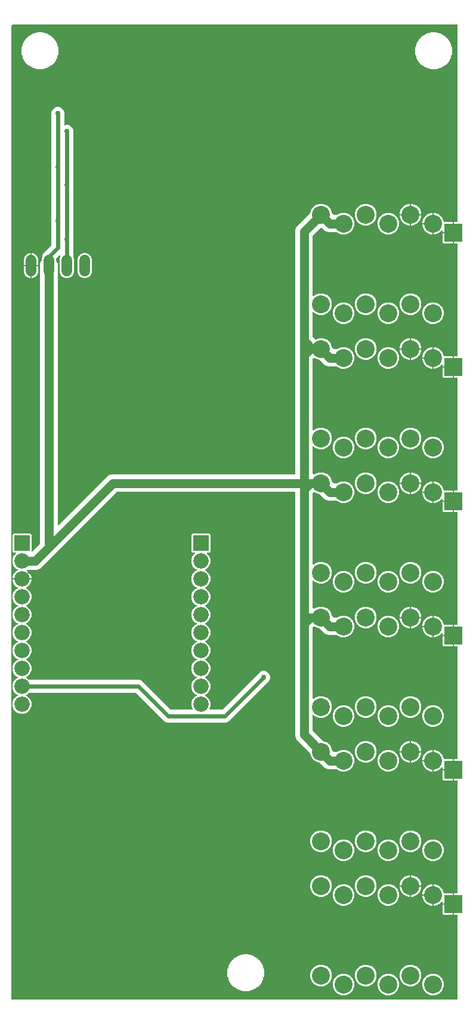
<source format=gbr>
G04 EAGLE Gerber RS-274X export*
G75*
%MOMM*%
%FSLAX34Y34*%
%LPD*%
%INBottom Copper*%
%IPPOS*%
%AMOC8*
5,1,8,0,0,1.08239X$1,22.5*%
G01*
G04 Define Apertures*
%ADD10C,1.524000*%
%ADD11R,2.540000X2.540000*%
%ADD12C,2.540000*%
%ADD13R,2.184400X2.184400*%
%ADD14C,2.184400*%
%ADD15C,0.609600*%
%ADD16C,0.756400*%
%ADD17C,1.270000*%
G36*
X643479Y12760D02*
X643729Y12932D01*
X643893Y13187D01*
X643944Y13462D01*
X643944Y132588D01*
X643884Y132885D01*
X643712Y133135D01*
X643457Y133299D01*
X643182Y133350D01*
X638102Y133350D01*
X638102Y163830D01*
X643182Y163830D01*
X643479Y163890D01*
X643729Y164062D01*
X643893Y164317D01*
X643944Y164592D01*
X643944Y323088D01*
X643884Y323385D01*
X643712Y323635D01*
X643457Y323799D01*
X643182Y323850D01*
X638102Y323850D01*
X638102Y354330D01*
X643182Y354330D01*
X643479Y354390D01*
X643729Y354562D01*
X643893Y354817D01*
X643944Y355092D01*
X643944Y513588D01*
X643884Y513885D01*
X643712Y514135D01*
X643457Y514299D01*
X643182Y514350D01*
X638102Y514350D01*
X638102Y544830D01*
X643182Y544830D01*
X643479Y544890D01*
X643729Y545062D01*
X643893Y545317D01*
X643944Y545592D01*
X643944Y704088D01*
X643884Y704385D01*
X643712Y704635D01*
X643457Y704799D01*
X643182Y704850D01*
X638102Y704850D01*
X638102Y735330D01*
X643182Y735330D01*
X643479Y735390D01*
X643729Y735562D01*
X643893Y735817D01*
X643944Y736092D01*
X643944Y894588D01*
X643884Y894885D01*
X643712Y895135D01*
X643457Y895299D01*
X643182Y895350D01*
X638102Y895350D01*
X638102Y925830D01*
X643182Y925830D01*
X643479Y925890D01*
X643729Y926062D01*
X643893Y926317D01*
X643944Y926592D01*
X643944Y1085088D01*
X643884Y1085385D01*
X643712Y1085635D01*
X643457Y1085799D01*
X643182Y1085850D01*
X638102Y1085850D01*
X638102Y1116330D01*
X643182Y1116330D01*
X643479Y1116390D01*
X643729Y1116562D01*
X643893Y1116817D01*
X643944Y1117092D01*
X643944Y1395478D01*
X643884Y1395775D01*
X643712Y1396025D01*
X643457Y1396189D01*
X643182Y1396240D01*
X12256Y1396240D01*
X11958Y1396180D01*
X11717Y1396017D01*
X10383Y1394683D01*
X10216Y1394430D01*
X10160Y1394144D01*
X10160Y13462D01*
X10220Y13165D01*
X10392Y12915D01*
X10647Y12751D01*
X10922Y12700D01*
X643182Y12700D01*
X643479Y12760D01*
G37*
%LPC*%
G36*
X48588Y1332853D02*
X48456Y1332865D01*
X47372Y1332865D01*
X45192Y1333449D01*
X45127Y1333464D01*
X41758Y1334058D01*
X33807Y1338648D01*
X31608Y1341269D01*
X31563Y1341318D01*
X29967Y1342914D01*
X29425Y1343852D01*
X29349Y1343961D01*
X27905Y1345682D01*
X27137Y1347792D01*
X27081Y1347913D01*
X26539Y1348851D01*
X25955Y1351032D01*
X25935Y1351095D01*
X24765Y1354309D01*
X24765Y1363491D01*
X25935Y1366705D01*
X25955Y1366768D01*
X26539Y1368949D01*
X27081Y1369887D01*
X27137Y1370008D01*
X27905Y1372118D01*
X29349Y1373839D01*
X29425Y1373948D01*
X29967Y1374886D01*
X31563Y1376482D01*
X31608Y1376531D01*
X33807Y1379152D01*
X41758Y1383742D01*
X45127Y1384336D01*
X45192Y1384351D01*
X47372Y1384935D01*
X48456Y1384935D01*
X48588Y1384947D01*
X50800Y1385337D01*
X53012Y1384947D01*
X53144Y1384935D01*
X54228Y1384935D01*
X56408Y1384351D01*
X56473Y1384336D01*
X59842Y1383742D01*
X67793Y1379152D01*
X69992Y1376531D01*
X70037Y1376482D01*
X71633Y1374886D01*
X72175Y1373948D01*
X72251Y1373839D01*
X73695Y1372118D01*
X74463Y1370008D01*
X74519Y1369887D01*
X75061Y1368949D01*
X75645Y1366768D01*
X75665Y1366705D01*
X76835Y1363491D01*
X76835Y1354309D01*
X75665Y1351095D01*
X75645Y1351032D01*
X75061Y1348851D01*
X74519Y1347913D01*
X74463Y1347792D01*
X73695Y1345682D01*
X72251Y1343961D01*
X72175Y1343852D01*
X71633Y1342914D01*
X70037Y1341318D01*
X69992Y1341269D01*
X67793Y1338648D01*
X59842Y1334058D01*
X56473Y1333464D01*
X56408Y1333449D01*
X54228Y1332865D01*
X53144Y1332865D01*
X53012Y1332853D01*
X50800Y1332463D01*
X48588Y1332853D01*
G37*
G36*
X607388Y1332853D02*
X607256Y1332865D01*
X606172Y1332865D01*
X603992Y1333449D01*
X603927Y1333464D01*
X600558Y1334058D01*
X592607Y1338648D01*
X590408Y1341269D01*
X590363Y1341318D01*
X588767Y1342914D01*
X588225Y1343852D01*
X588149Y1343961D01*
X586705Y1345682D01*
X585937Y1347792D01*
X585881Y1347913D01*
X585339Y1348851D01*
X584755Y1351032D01*
X584735Y1351095D01*
X583565Y1354309D01*
X583565Y1363491D01*
X584735Y1366705D01*
X584755Y1366768D01*
X585339Y1368949D01*
X585881Y1369887D01*
X585937Y1370008D01*
X586705Y1372118D01*
X588149Y1373839D01*
X588225Y1373948D01*
X588767Y1374886D01*
X590363Y1376482D01*
X590408Y1376531D01*
X592607Y1379152D01*
X600558Y1383742D01*
X603927Y1384336D01*
X603992Y1384351D01*
X606172Y1384935D01*
X607256Y1384935D01*
X607388Y1384947D01*
X609600Y1385337D01*
X611812Y1384947D01*
X611944Y1384935D01*
X613028Y1384935D01*
X615208Y1384351D01*
X615273Y1384336D01*
X618642Y1383742D01*
X626593Y1379152D01*
X628792Y1376531D01*
X628837Y1376482D01*
X630433Y1374886D01*
X630975Y1373948D01*
X631051Y1373839D01*
X632495Y1372118D01*
X633263Y1370008D01*
X633319Y1369887D01*
X633861Y1368949D01*
X634445Y1366768D01*
X634465Y1366705D01*
X635635Y1363491D01*
X635635Y1354309D01*
X634465Y1351095D01*
X634445Y1351032D01*
X633861Y1348851D01*
X633319Y1347913D01*
X633263Y1347792D01*
X632495Y1345682D01*
X631051Y1343961D01*
X630975Y1343852D01*
X630433Y1342914D01*
X628837Y1341318D01*
X628792Y1341269D01*
X626593Y1338648D01*
X618642Y1334058D01*
X615273Y1333464D01*
X615208Y1333449D01*
X613028Y1332865D01*
X611944Y1332865D01*
X611812Y1332853D01*
X609600Y1332463D01*
X607388Y1332853D01*
G37*
G36*
X478607Y336550D02*
X473005Y338870D01*
X472755Y339121D01*
X472502Y339288D01*
X472216Y339344D01*
X460112Y339344D01*
X455538Y341239D01*
X447750Y349027D01*
X447497Y349194D01*
X447211Y349250D01*
X446857Y349250D01*
X441255Y351570D01*
X436968Y355857D01*
X434648Y361459D01*
X434648Y361813D01*
X434588Y362110D01*
X434425Y362352D01*
X415207Y381570D01*
X413312Y386144D01*
X413312Y732282D01*
X413252Y732579D01*
X413080Y732829D01*
X412825Y732993D01*
X412550Y733044D01*
X159862Y733044D01*
X159565Y732984D01*
X159324Y732821D01*
X50952Y624449D01*
X46377Y622554D01*
X33135Y622554D01*
X32838Y622494D01*
X32588Y622322D01*
X32424Y622067D01*
X32373Y621768D01*
X32443Y621473D01*
X32623Y621228D01*
X32843Y621088D01*
X33026Y621013D01*
X36813Y617226D01*
X38862Y612278D01*
X38862Y610362D01*
X11938Y610362D01*
X11938Y612278D01*
X13987Y617226D01*
X17774Y621013D01*
X19183Y621596D01*
X19435Y621766D01*
X19600Y622020D01*
X19653Y622318D01*
X19586Y622614D01*
X19408Y622860D01*
X19183Y623004D01*
X17774Y623587D01*
X13987Y627374D01*
X11938Y632322D01*
X11938Y637678D01*
X13987Y642626D01*
X16999Y645637D01*
X17167Y645890D01*
X17222Y646188D01*
X17157Y646484D01*
X16982Y646732D01*
X16724Y646891D01*
X16460Y646938D01*
X13426Y646938D01*
X11938Y648426D01*
X11938Y672374D01*
X13426Y673862D01*
X37374Y673862D01*
X38862Y672374D01*
X38862Y649401D01*
X38922Y649104D01*
X39094Y648854D01*
X39349Y648691D01*
X39648Y648640D01*
X39943Y648710D01*
X40163Y648863D01*
X50831Y659531D01*
X50998Y659783D01*
X51054Y660069D01*
X51054Y1056576D01*
X52949Y1061150D01*
X53117Y1061318D01*
X53284Y1061571D01*
X53340Y1061857D01*
X53340Y1063741D01*
X54298Y1066054D01*
X54356Y1066345D01*
X54356Y1068619D01*
X55748Y1071980D01*
X66833Y1083064D01*
X67000Y1083317D01*
X67056Y1083603D01*
X67056Y1271819D01*
X68448Y1275180D01*
X71020Y1277752D01*
X74381Y1279144D01*
X78019Y1279144D01*
X81380Y1277752D01*
X83952Y1275180D01*
X85344Y1271819D01*
X85344Y1254165D01*
X85404Y1253868D01*
X85576Y1253618D01*
X85831Y1253454D01*
X86130Y1253403D01*
X86398Y1253461D01*
X87081Y1253744D01*
X90719Y1253744D01*
X94080Y1252352D01*
X96652Y1249780D01*
X98044Y1246419D01*
X98044Y1066345D01*
X98102Y1066054D01*
X99060Y1063741D01*
X99060Y1044459D01*
X97513Y1040725D01*
X94655Y1037867D01*
X90921Y1036320D01*
X86879Y1036320D01*
X83145Y1037867D01*
X80287Y1040725D01*
X78740Y1044459D01*
X78740Y1063741D01*
X79698Y1066054D01*
X79756Y1066345D01*
X79756Y1068285D01*
X79696Y1068582D01*
X79524Y1068832D01*
X79269Y1068996D01*
X78970Y1069046D01*
X78675Y1068977D01*
X78455Y1068824D01*
X73883Y1064252D01*
X73716Y1063999D01*
X73660Y1063713D01*
X73660Y1061857D01*
X73720Y1061560D01*
X73883Y1061318D01*
X74051Y1061150D01*
X75946Y1056576D01*
X75946Y686485D01*
X76006Y686188D01*
X76178Y685938D01*
X76433Y685775D01*
X76732Y685724D01*
X77027Y685794D01*
X77247Y685947D01*
X147341Y756041D01*
X151916Y757936D01*
X412550Y757936D01*
X412847Y757996D01*
X413097Y758168D01*
X413261Y758423D01*
X413312Y758698D01*
X413312Y1104836D01*
X415207Y1109410D01*
X434425Y1128628D01*
X434592Y1128881D01*
X434648Y1129167D01*
X434648Y1129521D01*
X436968Y1135123D01*
X441255Y1139410D01*
X446857Y1141730D01*
X452919Y1141730D01*
X458521Y1139410D01*
X462808Y1135123D01*
X465128Y1129521D01*
X465128Y1129167D01*
X465188Y1128870D01*
X465351Y1128628D01*
X467520Y1126459D01*
X467773Y1126292D01*
X468059Y1126236D01*
X472216Y1126236D01*
X472513Y1126296D01*
X472755Y1126459D01*
X473005Y1126710D01*
X478607Y1129030D01*
X484669Y1129030D01*
X490271Y1126710D01*
X494558Y1122423D01*
X496878Y1116821D01*
X496878Y1110759D01*
X494558Y1105157D01*
X490271Y1100870D01*
X484669Y1098550D01*
X478607Y1098550D01*
X473005Y1100870D01*
X472755Y1101121D01*
X472502Y1101288D01*
X472216Y1101344D01*
X460112Y1101344D01*
X455538Y1103239D01*
X450427Y1108350D01*
X450174Y1108517D01*
X449876Y1108573D01*
X449580Y1108508D01*
X449349Y1108350D01*
X438427Y1097428D01*
X438260Y1097175D01*
X438204Y1096889D01*
X438204Y1011198D01*
X438264Y1010901D01*
X438436Y1010651D01*
X438691Y1010487D01*
X438990Y1010437D01*
X439285Y1010506D01*
X439505Y1010659D01*
X441255Y1012410D01*
X446857Y1014730D01*
X452919Y1014730D01*
X458521Y1012410D01*
X462808Y1008123D01*
X465128Y1002521D01*
X465128Y996459D01*
X462808Y990857D01*
X458521Y986570D01*
X452919Y984250D01*
X446857Y984250D01*
X441255Y986570D01*
X439505Y988321D01*
X439252Y988488D01*
X438954Y988544D01*
X438658Y988479D01*
X438410Y988303D01*
X438251Y988045D01*
X438204Y987782D01*
X438204Y952891D01*
X438264Y952594D01*
X438427Y952352D01*
X441330Y949450D01*
X441582Y949282D01*
X441880Y949227D01*
X442160Y949285D01*
X446857Y951230D01*
X452919Y951230D01*
X458521Y948910D01*
X462808Y944623D01*
X465128Y939021D01*
X465128Y938667D01*
X465188Y938370D01*
X465351Y938128D01*
X467520Y935959D01*
X467773Y935792D01*
X468059Y935736D01*
X472216Y935736D01*
X472513Y935796D01*
X472755Y935959D01*
X473005Y936210D01*
X478607Y938530D01*
X484669Y938530D01*
X490271Y936210D01*
X494558Y931923D01*
X496878Y926321D01*
X496878Y920259D01*
X494558Y914657D01*
X490271Y910370D01*
X484669Y908050D01*
X478607Y908050D01*
X473005Y910370D01*
X472755Y910621D01*
X472502Y910788D01*
X472216Y910844D01*
X460112Y910844D01*
X455538Y912739D01*
X447750Y920527D01*
X447497Y920694D01*
X447211Y920750D01*
X446857Y920750D01*
X441255Y923070D01*
X441005Y923321D01*
X440752Y923488D01*
X440466Y923544D01*
X439611Y923544D01*
X439314Y923484D01*
X439072Y923321D01*
X438427Y922676D01*
X438260Y922423D01*
X438204Y922137D01*
X438204Y820698D01*
X438264Y820401D01*
X438436Y820151D01*
X438691Y819987D01*
X438990Y819937D01*
X439285Y820006D01*
X439505Y820159D01*
X441255Y821910D01*
X446857Y824230D01*
X452919Y824230D01*
X458521Y821910D01*
X462808Y817623D01*
X465128Y812021D01*
X465128Y805959D01*
X462808Y800357D01*
X458521Y796070D01*
X452919Y793750D01*
X446857Y793750D01*
X441255Y796070D01*
X439505Y797821D01*
X439252Y797988D01*
X438954Y798044D01*
X438658Y797979D01*
X438410Y797803D01*
X438251Y797545D01*
X438204Y797282D01*
X438204Y758698D01*
X438264Y758401D01*
X438436Y758151D01*
X438691Y757987D01*
X438966Y757936D01*
X440466Y757936D01*
X440763Y757996D01*
X441005Y758159D01*
X441255Y758410D01*
X446857Y760730D01*
X452919Y760730D01*
X458521Y758410D01*
X462808Y754123D01*
X465128Y748521D01*
X465128Y748167D01*
X465188Y747870D01*
X465351Y747628D01*
X467520Y745459D01*
X467773Y745292D01*
X468059Y745236D01*
X472216Y745236D01*
X472513Y745296D01*
X472755Y745459D01*
X473005Y745710D01*
X478607Y748030D01*
X484669Y748030D01*
X490271Y745710D01*
X494558Y741423D01*
X496878Y735821D01*
X496878Y729759D01*
X494558Y724157D01*
X490271Y719870D01*
X484669Y717550D01*
X478607Y717550D01*
X473005Y719870D01*
X472755Y720121D01*
X472502Y720288D01*
X472216Y720344D01*
X460112Y720344D01*
X455538Y722239D01*
X447750Y730027D01*
X447497Y730194D01*
X447211Y730250D01*
X446857Y730250D01*
X441255Y732570D01*
X441005Y732821D01*
X440752Y732988D01*
X440466Y733044D01*
X439611Y733044D01*
X439314Y732984D01*
X439072Y732821D01*
X438427Y732176D01*
X438260Y731923D01*
X438204Y731637D01*
X438204Y630198D01*
X438264Y629901D01*
X438436Y629651D01*
X438691Y629487D01*
X438990Y629437D01*
X439285Y629506D01*
X439505Y629659D01*
X441255Y631410D01*
X446857Y633730D01*
X452919Y633730D01*
X458521Y631410D01*
X462808Y627123D01*
X465128Y621521D01*
X465128Y615459D01*
X462808Y609857D01*
X458521Y605570D01*
X452919Y603250D01*
X446857Y603250D01*
X441255Y605570D01*
X439505Y607321D01*
X439252Y607488D01*
X438954Y607544D01*
X438658Y607479D01*
X438410Y607303D01*
X438251Y607045D01*
X438204Y606782D01*
X438204Y568198D01*
X438264Y567901D01*
X438436Y567651D01*
X438691Y567487D01*
X438966Y567436D01*
X440466Y567436D01*
X440763Y567496D01*
X441005Y567659D01*
X441255Y567910D01*
X446857Y570230D01*
X452919Y570230D01*
X458521Y567910D01*
X462808Y563623D01*
X465128Y558021D01*
X465128Y557667D01*
X465188Y557370D01*
X465351Y557128D01*
X467520Y554959D01*
X467773Y554792D01*
X468059Y554736D01*
X472216Y554736D01*
X472513Y554796D01*
X472755Y554959D01*
X473005Y555210D01*
X478607Y557530D01*
X484669Y557530D01*
X490271Y555210D01*
X494558Y550923D01*
X496878Y545321D01*
X496878Y539259D01*
X494558Y533657D01*
X490271Y529370D01*
X484669Y527050D01*
X478607Y527050D01*
X473005Y529370D01*
X472755Y529621D01*
X472502Y529788D01*
X472216Y529844D01*
X460112Y529844D01*
X455538Y531739D01*
X447750Y539527D01*
X447497Y539694D01*
X447211Y539750D01*
X446857Y539750D01*
X441255Y542070D01*
X441005Y542321D01*
X440752Y542488D01*
X440466Y542544D01*
X439611Y542544D01*
X439314Y542484D01*
X439072Y542321D01*
X438427Y541676D01*
X438260Y541423D01*
X438204Y541137D01*
X438204Y439698D01*
X438264Y439401D01*
X438436Y439151D01*
X438691Y438987D01*
X438990Y438937D01*
X439285Y439006D01*
X439505Y439159D01*
X441255Y440910D01*
X446857Y443230D01*
X452919Y443230D01*
X458521Y440910D01*
X462808Y436623D01*
X465128Y431021D01*
X465128Y424959D01*
X462808Y419357D01*
X458521Y415070D01*
X452919Y412750D01*
X446857Y412750D01*
X441255Y415070D01*
X439505Y416821D01*
X439252Y416988D01*
X438954Y417044D01*
X438658Y416979D01*
X438410Y416803D01*
X438251Y416545D01*
X438204Y416282D01*
X438204Y394091D01*
X438264Y393794D01*
X438427Y393552D01*
X452026Y379953D01*
X452279Y379786D01*
X452565Y379730D01*
X452919Y379730D01*
X458521Y377410D01*
X462808Y373123D01*
X465128Y367521D01*
X465128Y367167D01*
X465188Y366870D01*
X465351Y366628D01*
X467520Y364459D01*
X467773Y364292D01*
X468059Y364236D01*
X472216Y364236D01*
X472513Y364296D01*
X472755Y364459D01*
X473005Y364710D01*
X478607Y367030D01*
X484669Y367030D01*
X490271Y364710D01*
X494558Y360423D01*
X496878Y354821D01*
X496878Y348759D01*
X494558Y343157D01*
X490271Y338870D01*
X484669Y336550D01*
X478607Y336550D01*
G37*
G36*
X577650Y1127252D02*
X577650Y1141730D01*
X579919Y1141730D01*
X585521Y1139410D01*
X589808Y1135123D01*
X592128Y1129521D01*
X592128Y1127252D01*
X577650Y1127252D01*
G37*
G36*
X510357Y1111250D02*
X504755Y1113570D01*
X500468Y1117857D01*
X498148Y1123459D01*
X498148Y1129521D01*
X500468Y1135123D01*
X504755Y1139410D01*
X510357Y1141730D01*
X516419Y1141730D01*
X522021Y1139410D01*
X526308Y1135123D01*
X528628Y1129521D01*
X528628Y1123459D01*
X526308Y1117857D01*
X522021Y1113570D01*
X516419Y1111250D01*
X510357Y1111250D01*
G37*
G36*
X561648Y1127252D02*
X561648Y1129521D01*
X563968Y1135123D01*
X568255Y1139410D01*
X573857Y1141730D01*
X576126Y1141730D01*
X576126Y1127252D01*
X561648Y1127252D01*
G37*
G36*
X609400Y1098550D02*
X609400Y1129030D01*
X611669Y1129030D01*
X617271Y1126710D01*
X621558Y1122423D01*
X623887Y1116800D01*
X624056Y1116549D01*
X624310Y1116383D01*
X624591Y1116330D01*
X636578Y1116330D01*
X636578Y1101852D01*
X622100Y1101852D01*
X622100Y1103860D01*
X622040Y1104157D01*
X621868Y1104407D01*
X621613Y1104571D01*
X621314Y1104621D01*
X621019Y1104552D01*
X620799Y1104399D01*
X617271Y1100870D01*
X611669Y1098550D01*
X609400Y1098550D01*
G37*
G36*
X542107Y1098550D02*
X536505Y1100870D01*
X532218Y1105157D01*
X529898Y1110759D01*
X529898Y1116821D01*
X532218Y1122423D01*
X536505Y1126710D01*
X542107Y1129030D01*
X548169Y1129030D01*
X553771Y1126710D01*
X558058Y1122423D01*
X560378Y1116821D01*
X560378Y1110759D01*
X558058Y1105157D01*
X553771Y1100870D01*
X548169Y1098550D01*
X542107Y1098550D01*
G37*
G36*
X593398Y1114552D02*
X593398Y1116821D01*
X595718Y1122423D01*
X600005Y1126710D01*
X605607Y1129030D01*
X607876Y1129030D01*
X607876Y1114552D01*
X593398Y1114552D01*
G37*
G36*
X573857Y1111250D02*
X568255Y1113570D01*
X563968Y1117857D01*
X561648Y1123459D01*
X561648Y1125728D01*
X576126Y1125728D01*
X576126Y1111250D01*
X573857Y1111250D01*
G37*
G36*
X577650Y1111250D02*
X577650Y1125728D01*
X592128Y1125728D01*
X592128Y1123459D01*
X589808Y1117857D01*
X585521Y1113570D01*
X579919Y1111250D01*
X577650Y1111250D01*
G37*
G36*
X605607Y1098550D02*
X600005Y1100870D01*
X595718Y1105157D01*
X593398Y1110759D01*
X593398Y1113028D01*
X607876Y1113028D01*
X607876Y1098550D01*
X605607Y1098550D01*
G37*
G36*
X623588Y1085850D02*
X622100Y1087338D01*
X622100Y1100328D01*
X636578Y1100328D01*
X636578Y1085850D01*
X623588Y1085850D01*
G37*
G36*
X38862Y1054862D02*
X38862Y1071880D01*
X40121Y1071880D01*
X43855Y1070333D01*
X46713Y1067475D01*
X48260Y1063741D01*
X48260Y1054862D01*
X38862Y1054862D01*
G37*
G36*
X27940Y1054862D02*
X27940Y1063741D01*
X29487Y1067475D01*
X32345Y1070333D01*
X36079Y1071880D01*
X37338Y1071880D01*
X37338Y1054862D01*
X27940Y1054862D01*
G37*
G36*
X112279Y1036320D02*
X108545Y1037867D01*
X105687Y1040725D01*
X104140Y1044459D01*
X104140Y1063741D01*
X105687Y1067475D01*
X108545Y1070333D01*
X112279Y1071880D01*
X116321Y1071880D01*
X120055Y1070333D01*
X122913Y1067475D01*
X124460Y1063741D01*
X124460Y1044459D01*
X122913Y1040725D01*
X120055Y1037867D01*
X116321Y1036320D01*
X112279Y1036320D01*
G37*
G36*
X36079Y1036320D02*
X32345Y1037867D01*
X29487Y1040725D01*
X27940Y1044459D01*
X27940Y1053338D01*
X37338Y1053338D01*
X37338Y1036320D01*
X36079Y1036320D01*
G37*
G36*
X38862Y1036320D02*
X38862Y1053338D01*
X48260Y1053338D01*
X48260Y1044459D01*
X46713Y1040725D01*
X43855Y1037867D01*
X40121Y1036320D01*
X38862Y1036320D01*
G37*
G36*
X510357Y984250D02*
X504755Y986570D01*
X500468Y990857D01*
X498148Y996459D01*
X498148Y1002521D01*
X500468Y1008123D01*
X504755Y1012410D01*
X510357Y1014730D01*
X516419Y1014730D01*
X522021Y1012410D01*
X526308Y1008123D01*
X528628Y1002521D01*
X528628Y996459D01*
X526308Y990857D01*
X522021Y986570D01*
X516419Y984250D01*
X510357Y984250D01*
G37*
G36*
X573857Y984250D02*
X568255Y986570D01*
X563968Y990857D01*
X561648Y996459D01*
X561648Y1002521D01*
X563968Y1008123D01*
X568255Y1012410D01*
X573857Y1014730D01*
X579919Y1014730D01*
X585521Y1012410D01*
X589808Y1008123D01*
X592128Y1002521D01*
X592128Y996459D01*
X589808Y990857D01*
X585521Y986570D01*
X579919Y984250D01*
X573857Y984250D01*
G37*
G36*
X605607Y971550D02*
X600005Y973870D01*
X595718Y978157D01*
X593398Y983759D01*
X593398Y989821D01*
X595718Y995423D01*
X600005Y999710D01*
X605607Y1002030D01*
X611669Y1002030D01*
X617271Y999710D01*
X621558Y995423D01*
X623878Y989821D01*
X623878Y983759D01*
X621558Y978157D01*
X617271Y973870D01*
X611669Y971550D01*
X605607Y971550D01*
G37*
G36*
X542107Y971550D02*
X536505Y973870D01*
X532218Y978157D01*
X529898Y983759D01*
X529898Y989821D01*
X532218Y995423D01*
X536505Y999710D01*
X542107Y1002030D01*
X548169Y1002030D01*
X553771Y999710D01*
X558058Y995423D01*
X560378Y989821D01*
X560378Y983759D01*
X558058Y978157D01*
X553771Y973870D01*
X548169Y971550D01*
X542107Y971550D01*
G37*
G36*
X478607Y971550D02*
X473005Y973870D01*
X468718Y978157D01*
X466398Y983759D01*
X466398Y989821D01*
X468718Y995423D01*
X473005Y999710D01*
X478607Y1002030D01*
X484669Y1002030D01*
X490271Y999710D01*
X494558Y995423D01*
X496878Y989821D01*
X496878Y983759D01*
X494558Y978157D01*
X490271Y973870D01*
X484669Y971550D01*
X478607Y971550D01*
G37*
G36*
X510357Y920750D02*
X504755Y923070D01*
X500468Y927357D01*
X498148Y932959D01*
X498148Y939021D01*
X500468Y944623D01*
X504755Y948910D01*
X510357Y951230D01*
X516419Y951230D01*
X522021Y948910D01*
X526308Y944623D01*
X528628Y939021D01*
X528628Y932959D01*
X526308Y927357D01*
X522021Y923070D01*
X516419Y920750D01*
X510357Y920750D01*
G37*
G36*
X561648Y936752D02*
X561648Y939021D01*
X563968Y944623D01*
X568255Y948910D01*
X573857Y951230D01*
X576126Y951230D01*
X576126Y936752D01*
X561648Y936752D01*
G37*
G36*
X577650Y936752D02*
X577650Y951230D01*
X579919Y951230D01*
X585521Y948910D01*
X589808Y944623D01*
X592128Y939021D01*
X592128Y936752D01*
X577650Y936752D01*
G37*
G36*
X609400Y908050D02*
X609400Y938530D01*
X611669Y938530D01*
X617271Y936210D01*
X621558Y931923D01*
X623887Y926300D01*
X624056Y926049D01*
X624310Y925883D01*
X624591Y925830D01*
X636578Y925830D01*
X636578Y911352D01*
X622100Y911352D01*
X622100Y913360D01*
X622040Y913657D01*
X621868Y913907D01*
X621613Y914071D01*
X621314Y914121D01*
X621019Y914052D01*
X620799Y913899D01*
X617271Y910370D01*
X611669Y908050D01*
X609400Y908050D01*
G37*
G36*
X542107Y908050D02*
X536505Y910370D01*
X532218Y914657D01*
X529898Y920259D01*
X529898Y926321D01*
X532218Y931923D01*
X536505Y936210D01*
X542107Y938530D01*
X548169Y938530D01*
X553771Y936210D01*
X558058Y931923D01*
X560378Y926321D01*
X560378Y920259D01*
X558058Y914657D01*
X553771Y910370D01*
X548169Y908050D01*
X542107Y908050D01*
G37*
G36*
X593398Y924052D02*
X593398Y926321D01*
X595718Y931923D01*
X600005Y936210D01*
X605607Y938530D01*
X607876Y938530D01*
X607876Y924052D01*
X593398Y924052D01*
G37*
G36*
X573857Y920750D02*
X568255Y923070D01*
X563968Y927357D01*
X561648Y932959D01*
X561648Y935228D01*
X576126Y935228D01*
X576126Y920750D01*
X573857Y920750D01*
G37*
G36*
X577650Y920750D02*
X577650Y935228D01*
X592128Y935228D01*
X592128Y932959D01*
X589808Y927357D01*
X585521Y923070D01*
X579919Y920750D01*
X577650Y920750D01*
G37*
G36*
X605607Y908050D02*
X600005Y910370D01*
X595718Y914657D01*
X593398Y920259D01*
X593398Y922528D01*
X607876Y922528D01*
X607876Y908050D01*
X605607Y908050D01*
G37*
G36*
X623588Y895350D02*
X622100Y896838D01*
X622100Y909828D01*
X636578Y909828D01*
X636578Y895350D01*
X623588Y895350D01*
G37*
G36*
X573857Y793750D02*
X568255Y796070D01*
X563968Y800357D01*
X561648Y805959D01*
X561648Y812021D01*
X563968Y817623D01*
X568255Y821910D01*
X573857Y824230D01*
X579919Y824230D01*
X585521Y821910D01*
X589808Y817623D01*
X592128Y812021D01*
X592128Y805959D01*
X589808Y800357D01*
X585521Y796070D01*
X579919Y793750D01*
X573857Y793750D01*
G37*
G36*
X510357Y793750D02*
X504755Y796070D01*
X500468Y800357D01*
X498148Y805959D01*
X498148Y812021D01*
X500468Y817623D01*
X504755Y821910D01*
X510357Y824230D01*
X516419Y824230D01*
X522021Y821910D01*
X526308Y817623D01*
X528628Y812021D01*
X528628Y805959D01*
X526308Y800357D01*
X522021Y796070D01*
X516419Y793750D01*
X510357Y793750D01*
G37*
G36*
X542107Y781050D02*
X536505Y783370D01*
X532218Y787657D01*
X529898Y793259D01*
X529898Y799321D01*
X532218Y804923D01*
X536505Y809210D01*
X542107Y811530D01*
X548169Y811530D01*
X553771Y809210D01*
X558058Y804923D01*
X560378Y799321D01*
X560378Y793259D01*
X558058Y787657D01*
X553771Y783370D01*
X548169Y781050D01*
X542107Y781050D01*
G37*
G36*
X478607Y781050D02*
X473005Y783370D01*
X468718Y787657D01*
X466398Y793259D01*
X466398Y799321D01*
X468718Y804923D01*
X473005Y809210D01*
X478607Y811530D01*
X484669Y811530D01*
X490271Y809210D01*
X494558Y804923D01*
X496878Y799321D01*
X496878Y793259D01*
X494558Y787657D01*
X490271Y783370D01*
X484669Y781050D01*
X478607Y781050D01*
G37*
G36*
X605607Y781050D02*
X600005Y783370D01*
X595718Y787657D01*
X593398Y793259D01*
X593398Y799321D01*
X595718Y804923D01*
X600005Y809210D01*
X605607Y811530D01*
X611669Y811530D01*
X617271Y809210D01*
X621558Y804923D01*
X623878Y799321D01*
X623878Y793259D01*
X621558Y787657D01*
X617271Y783370D01*
X611669Y781050D01*
X605607Y781050D01*
G37*
G36*
X561648Y746252D02*
X561648Y748521D01*
X563968Y754123D01*
X568255Y758410D01*
X573857Y760730D01*
X576126Y760730D01*
X576126Y746252D01*
X561648Y746252D01*
G37*
G36*
X510357Y730250D02*
X504755Y732570D01*
X500468Y736857D01*
X498148Y742459D01*
X498148Y748521D01*
X500468Y754123D01*
X504755Y758410D01*
X510357Y760730D01*
X516419Y760730D01*
X522021Y758410D01*
X526308Y754123D01*
X528628Y748521D01*
X528628Y742459D01*
X526308Y736857D01*
X522021Y732570D01*
X516419Y730250D01*
X510357Y730250D01*
G37*
G36*
X577650Y746252D02*
X577650Y760730D01*
X579919Y760730D01*
X585521Y758410D01*
X589808Y754123D01*
X592128Y748521D01*
X592128Y746252D01*
X577650Y746252D01*
G37*
G36*
X593398Y733552D02*
X593398Y735821D01*
X595718Y741423D01*
X600005Y745710D01*
X605607Y748030D01*
X607876Y748030D01*
X607876Y733552D01*
X593398Y733552D01*
G37*
G36*
X609400Y717550D02*
X609400Y748030D01*
X611669Y748030D01*
X617271Y745710D01*
X621558Y741423D01*
X623887Y735800D01*
X624056Y735549D01*
X624310Y735383D01*
X624591Y735330D01*
X636578Y735330D01*
X636578Y720852D01*
X622100Y720852D01*
X622100Y722860D01*
X622040Y723157D01*
X621868Y723407D01*
X621613Y723571D01*
X621314Y723621D01*
X621019Y723552D01*
X620799Y723399D01*
X617271Y719870D01*
X611669Y717550D01*
X609400Y717550D01*
G37*
G36*
X542107Y717550D02*
X536505Y719870D01*
X532218Y724157D01*
X529898Y729759D01*
X529898Y735821D01*
X532218Y741423D01*
X536505Y745710D01*
X542107Y748030D01*
X548169Y748030D01*
X553771Y745710D01*
X558058Y741423D01*
X560378Y735821D01*
X560378Y729759D01*
X558058Y724157D01*
X553771Y719870D01*
X548169Y717550D01*
X542107Y717550D01*
G37*
G36*
X573857Y730250D02*
X568255Y732570D01*
X563968Y736857D01*
X561648Y742459D01*
X561648Y744728D01*
X576126Y744728D01*
X576126Y730250D01*
X573857Y730250D01*
G37*
G36*
X577650Y730250D02*
X577650Y744728D01*
X592128Y744728D01*
X592128Y742459D01*
X589808Y736857D01*
X585521Y732570D01*
X579919Y730250D01*
X577650Y730250D01*
G37*
G36*
X605607Y717550D02*
X600005Y719870D01*
X595718Y724157D01*
X593398Y729759D01*
X593398Y732028D01*
X607876Y732028D01*
X607876Y717550D01*
X605607Y717550D01*
G37*
G36*
X623588Y704850D02*
X622100Y706338D01*
X622100Y719328D01*
X636578Y719328D01*
X636578Y704850D01*
X623588Y704850D01*
G37*
G36*
X231099Y405638D02*
X227738Y407030D01*
X186936Y447833D01*
X186683Y448000D01*
X186397Y448056D01*
X35610Y448056D01*
X35313Y447996D01*
X35071Y447833D01*
X33026Y445787D01*
X31617Y445204D01*
X31366Y445035D01*
X31200Y444780D01*
X31147Y444482D01*
X31214Y444186D01*
X31392Y443940D01*
X31617Y443796D01*
X33026Y443213D01*
X36813Y439426D01*
X38862Y434478D01*
X38862Y429122D01*
X36813Y424174D01*
X33026Y420387D01*
X28078Y418338D01*
X22722Y418338D01*
X17774Y420387D01*
X13987Y424174D01*
X11938Y429122D01*
X11938Y434478D01*
X13987Y439426D01*
X17774Y443213D01*
X19183Y443796D01*
X19435Y443966D01*
X19600Y444220D01*
X19653Y444518D01*
X19586Y444814D01*
X19408Y445060D01*
X19183Y445204D01*
X17774Y445787D01*
X13987Y449574D01*
X11938Y454522D01*
X11938Y459878D01*
X13987Y464826D01*
X17774Y468613D01*
X19183Y469196D01*
X19435Y469366D01*
X19600Y469620D01*
X19653Y469918D01*
X19586Y470214D01*
X19408Y470460D01*
X19183Y470604D01*
X17774Y471187D01*
X13987Y474974D01*
X11938Y479922D01*
X11938Y485278D01*
X13987Y490226D01*
X17774Y494013D01*
X19183Y494596D01*
X19435Y494766D01*
X19600Y495020D01*
X19653Y495318D01*
X19586Y495614D01*
X19408Y495860D01*
X19183Y496004D01*
X17774Y496587D01*
X13987Y500374D01*
X11938Y505322D01*
X11938Y510678D01*
X13987Y515626D01*
X17774Y519413D01*
X19183Y519996D01*
X19435Y520166D01*
X19600Y520420D01*
X19653Y520718D01*
X19586Y521014D01*
X19408Y521260D01*
X19183Y521404D01*
X17774Y521987D01*
X13987Y525774D01*
X11938Y530722D01*
X11938Y536078D01*
X13987Y541026D01*
X17774Y544813D01*
X19183Y545396D01*
X19435Y545566D01*
X19600Y545820D01*
X19653Y546118D01*
X19586Y546414D01*
X19408Y546660D01*
X19183Y546804D01*
X17774Y547387D01*
X13987Y551174D01*
X11938Y556122D01*
X11938Y561478D01*
X13987Y566426D01*
X17774Y570213D01*
X19183Y570796D01*
X19435Y570966D01*
X19600Y571220D01*
X19653Y571518D01*
X19586Y571814D01*
X19408Y572060D01*
X19183Y572204D01*
X17774Y572787D01*
X13987Y576574D01*
X11938Y581522D01*
X11938Y586878D01*
X13987Y591826D01*
X17774Y595613D01*
X19183Y596196D01*
X19435Y596366D01*
X19600Y596620D01*
X19653Y596918D01*
X19586Y597214D01*
X19408Y597460D01*
X19183Y597604D01*
X17774Y598187D01*
X13987Y601974D01*
X11938Y606922D01*
X11938Y608838D01*
X38862Y608838D01*
X38862Y606922D01*
X36813Y601974D01*
X33026Y598187D01*
X31617Y597604D01*
X31366Y597435D01*
X31200Y597180D01*
X31147Y596882D01*
X31214Y596586D01*
X31392Y596340D01*
X31617Y596196D01*
X33026Y595613D01*
X36813Y591826D01*
X38862Y586878D01*
X38862Y581522D01*
X36813Y576574D01*
X33026Y572787D01*
X31617Y572204D01*
X31366Y572035D01*
X31200Y571780D01*
X31147Y571482D01*
X31214Y571186D01*
X31392Y570940D01*
X31617Y570796D01*
X33026Y570213D01*
X36813Y566426D01*
X38862Y561478D01*
X38862Y556122D01*
X36813Y551174D01*
X33026Y547387D01*
X31617Y546804D01*
X31366Y546635D01*
X31200Y546380D01*
X31147Y546082D01*
X31214Y545786D01*
X31392Y545540D01*
X31617Y545396D01*
X33026Y544813D01*
X36813Y541026D01*
X38862Y536078D01*
X38862Y530722D01*
X36813Y525774D01*
X33026Y521987D01*
X31617Y521404D01*
X31366Y521235D01*
X31200Y520980D01*
X31147Y520682D01*
X31214Y520386D01*
X31392Y520140D01*
X31617Y519996D01*
X33026Y519413D01*
X36813Y515626D01*
X38862Y510678D01*
X38862Y505322D01*
X36813Y500374D01*
X33026Y496587D01*
X31617Y496004D01*
X31366Y495835D01*
X31200Y495580D01*
X31147Y495282D01*
X31214Y494986D01*
X31392Y494740D01*
X31617Y494596D01*
X33026Y494013D01*
X36813Y490226D01*
X38862Y485278D01*
X38862Y479922D01*
X36813Y474974D01*
X33026Y471187D01*
X31617Y470604D01*
X31366Y470435D01*
X31200Y470180D01*
X31147Y469882D01*
X31214Y469586D01*
X31392Y469340D01*
X31617Y469196D01*
X33026Y468613D01*
X35071Y466567D01*
X35324Y466400D01*
X35610Y466344D01*
X192319Y466344D01*
X195680Y464952D01*
X236482Y424149D01*
X236735Y423982D01*
X237021Y423926D01*
X266950Y423926D01*
X267247Y423986D01*
X267497Y424158D01*
X267661Y424413D01*
X267712Y424712D01*
X267654Y424980D01*
X265938Y429122D01*
X265938Y434478D01*
X267987Y439426D01*
X271774Y443213D01*
X273183Y443796D01*
X273435Y443966D01*
X273600Y444220D01*
X273653Y444518D01*
X273586Y444814D01*
X273408Y445060D01*
X273183Y445204D01*
X271774Y445787D01*
X267987Y449574D01*
X265938Y454522D01*
X265938Y459878D01*
X267987Y464826D01*
X271774Y468613D01*
X273183Y469196D01*
X273435Y469366D01*
X273600Y469620D01*
X273653Y469918D01*
X273586Y470214D01*
X273408Y470460D01*
X273183Y470604D01*
X271774Y471187D01*
X267987Y474974D01*
X265938Y479922D01*
X265938Y485278D01*
X267987Y490226D01*
X271774Y494013D01*
X273183Y494596D01*
X273435Y494766D01*
X273600Y495020D01*
X273653Y495318D01*
X273586Y495614D01*
X273408Y495860D01*
X273183Y496004D01*
X271774Y496587D01*
X267987Y500374D01*
X265938Y505322D01*
X265938Y510678D01*
X267987Y515626D01*
X271774Y519413D01*
X273183Y519996D01*
X273435Y520166D01*
X273600Y520420D01*
X273653Y520718D01*
X273586Y521014D01*
X273408Y521260D01*
X273183Y521404D01*
X271774Y521987D01*
X267987Y525774D01*
X265938Y530722D01*
X265938Y536078D01*
X267987Y541026D01*
X271774Y544813D01*
X273183Y545396D01*
X273435Y545566D01*
X273600Y545820D01*
X273653Y546118D01*
X273586Y546414D01*
X273408Y546660D01*
X273183Y546804D01*
X271774Y547387D01*
X267987Y551174D01*
X265938Y556122D01*
X265938Y561478D01*
X267987Y566426D01*
X271774Y570213D01*
X273183Y570796D01*
X273435Y570966D01*
X273600Y571220D01*
X273653Y571518D01*
X273586Y571814D01*
X273408Y572060D01*
X273183Y572204D01*
X271774Y572787D01*
X267987Y576574D01*
X265938Y581522D01*
X265938Y586878D01*
X267987Y591826D01*
X271774Y595613D01*
X273183Y596196D01*
X273435Y596366D01*
X273600Y596620D01*
X273653Y596918D01*
X273586Y597214D01*
X273408Y597460D01*
X273183Y597604D01*
X271774Y598187D01*
X267987Y601974D01*
X265938Y606922D01*
X265938Y612278D01*
X267987Y617226D01*
X271774Y621013D01*
X273183Y621596D01*
X273435Y621766D01*
X273600Y622020D01*
X273653Y622318D01*
X273586Y622614D01*
X273408Y622860D01*
X273183Y623004D01*
X271774Y623587D01*
X267987Y627374D01*
X265938Y632322D01*
X265938Y637678D01*
X267987Y642626D01*
X270999Y645637D01*
X271167Y645890D01*
X271222Y646188D01*
X271157Y646484D01*
X270982Y646732D01*
X270724Y646891D01*
X270460Y646938D01*
X267426Y646938D01*
X265938Y648426D01*
X265938Y672374D01*
X267426Y673862D01*
X291374Y673862D01*
X292862Y672374D01*
X292862Y648426D01*
X291374Y646938D01*
X288340Y646938D01*
X288043Y646878D01*
X287792Y646706D01*
X287629Y646451D01*
X287578Y646152D01*
X287648Y645857D01*
X287801Y645637D01*
X290813Y642626D01*
X292862Y637678D01*
X292862Y632322D01*
X290813Y627374D01*
X287026Y623587D01*
X285617Y623004D01*
X285366Y622835D01*
X285200Y622580D01*
X285147Y622282D01*
X285214Y621986D01*
X285392Y621740D01*
X285617Y621596D01*
X287026Y621013D01*
X290813Y617226D01*
X292862Y612278D01*
X292862Y606922D01*
X290813Y601974D01*
X287026Y598187D01*
X285617Y597604D01*
X285366Y597435D01*
X285200Y597180D01*
X285147Y596882D01*
X285214Y596586D01*
X285392Y596340D01*
X285617Y596196D01*
X287026Y595613D01*
X290813Y591826D01*
X292862Y586878D01*
X292862Y581522D01*
X290813Y576574D01*
X287026Y572787D01*
X285617Y572204D01*
X285366Y572035D01*
X285200Y571780D01*
X285147Y571482D01*
X285214Y571186D01*
X285392Y570940D01*
X285617Y570796D01*
X287026Y570213D01*
X290813Y566426D01*
X292862Y561478D01*
X292862Y556122D01*
X290813Y551174D01*
X287026Y547387D01*
X285617Y546804D01*
X285366Y546635D01*
X285200Y546380D01*
X285147Y546082D01*
X285214Y545786D01*
X285392Y545540D01*
X285617Y545396D01*
X287026Y544813D01*
X290813Y541026D01*
X292862Y536078D01*
X292862Y530722D01*
X290813Y525774D01*
X287026Y521987D01*
X285617Y521404D01*
X285366Y521235D01*
X285200Y520980D01*
X285147Y520682D01*
X285214Y520386D01*
X285392Y520140D01*
X285617Y519996D01*
X287026Y519413D01*
X290813Y515626D01*
X292862Y510678D01*
X292862Y505322D01*
X290813Y500374D01*
X287026Y496587D01*
X285617Y496004D01*
X285366Y495835D01*
X285200Y495580D01*
X285147Y495282D01*
X285214Y494986D01*
X285392Y494740D01*
X285617Y494596D01*
X287026Y494013D01*
X290813Y490226D01*
X292862Y485278D01*
X292862Y479922D01*
X290813Y474974D01*
X287026Y471187D01*
X285617Y470604D01*
X285366Y470435D01*
X285200Y470180D01*
X285147Y469882D01*
X285214Y469586D01*
X285392Y469340D01*
X285617Y469196D01*
X287026Y468613D01*
X290813Y464826D01*
X292862Y459878D01*
X292862Y454522D01*
X290813Y449574D01*
X287026Y445787D01*
X285617Y445204D01*
X285366Y445035D01*
X285200Y444780D01*
X285147Y444482D01*
X285214Y444186D01*
X285392Y443940D01*
X285617Y443796D01*
X287026Y443213D01*
X290813Y439426D01*
X292862Y434478D01*
X292862Y429122D01*
X291146Y424980D01*
X291088Y424682D01*
X291151Y424385D01*
X291324Y424136D01*
X291581Y423975D01*
X291850Y423926D01*
X309079Y423926D01*
X309376Y423986D01*
X309618Y424149D01*
X363120Y477652D01*
X366481Y479044D01*
X370119Y479044D01*
X373480Y477652D01*
X376052Y475080D01*
X377444Y471719D01*
X377444Y468081D01*
X376052Y464720D01*
X318362Y407030D01*
X315001Y405638D01*
X231099Y405638D01*
G37*
G36*
X510357Y603250D02*
X504755Y605570D01*
X500468Y609857D01*
X498148Y615459D01*
X498148Y621521D01*
X500468Y627123D01*
X504755Y631410D01*
X510357Y633730D01*
X516419Y633730D01*
X522021Y631410D01*
X526308Y627123D01*
X528628Y621521D01*
X528628Y615459D01*
X526308Y609857D01*
X522021Y605570D01*
X516419Y603250D01*
X510357Y603250D01*
G37*
G36*
X573857Y603250D02*
X568255Y605570D01*
X563968Y609857D01*
X561648Y615459D01*
X561648Y621521D01*
X563968Y627123D01*
X568255Y631410D01*
X573857Y633730D01*
X579919Y633730D01*
X585521Y631410D01*
X589808Y627123D01*
X592128Y621521D01*
X592128Y615459D01*
X589808Y609857D01*
X585521Y605570D01*
X579919Y603250D01*
X573857Y603250D01*
G37*
G36*
X605607Y590550D02*
X600005Y592870D01*
X595718Y597157D01*
X593398Y602759D01*
X593398Y608821D01*
X595718Y614423D01*
X600005Y618710D01*
X605607Y621030D01*
X611669Y621030D01*
X617271Y618710D01*
X621558Y614423D01*
X623878Y608821D01*
X623878Y602759D01*
X621558Y597157D01*
X617271Y592870D01*
X611669Y590550D01*
X605607Y590550D01*
G37*
G36*
X542107Y590550D02*
X536505Y592870D01*
X532218Y597157D01*
X529898Y602759D01*
X529898Y608821D01*
X532218Y614423D01*
X536505Y618710D01*
X542107Y621030D01*
X548169Y621030D01*
X553771Y618710D01*
X558058Y614423D01*
X560378Y608821D01*
X560378Y602759D01*
X558058Y597157D01*
X553771Y592870D01*
X548169Y590550D01*
X542107Y590550D01*
G37*
G36*
X478607Y590550D02*
X473005Y592870D01*
X468718Y597157D01*
X466398Y602759D01*
X466398Y608821D01*
X468718Y614423D01*
X473005Y618710D01*
X478607Y621030D01*
X484669Y621030D01*
X490271Y618710D01*
X494558Y614423D01*
X496878Y608821D01*
X496878Y602759D01*
X494558Y597157D01*
X490271Y592870D01*
X484669Y590550D01*
X478607Y590550D01*
G37*
G36*
X561648Y555752D02*
X561648Y558021D01*
X563968Y563623D01*
X568255Y567910D01*
X573857Y570230D01*
X576126Y570230D01*
X576126Y555752D01*
X561648Y555752D01*
G37*
G36*
X510357Y539750D02*
X504755Y542070D01*
X500468Y546357D01*
X498148Y551959D01*
X498148Y558021D01*
X500468Y563623D01*
X504755Y567910D01*
X510357Y570230D01*
X516419Y570230D01*
X522021Y567910D01*
X526308Y563623D01*
X528628Y558021D01*
X528628Y551959D01*
X526308Y546357D01*
X522021Y542070D01*
X516419Y539750D01*
X510357Y539750D01*
G37*
G36*
X577650Y555752D02*
X577650Y570230D01*
X579919Y570230D01*
X585521Y567910D01*
X589808Y563623D01*
X592128Y558021D01*
X592128Y555752D01*
X577650Y555752D01*
G37*
G36*
X542107Y527050D02*
X536505Y529370D01*
X532218Y533657D01*
X529898Y539259D01*
X529898Y545321D01*
X532218Y550923D01*
X536505Y555210D01*
X542107Y557530D01*
X548169Y557530D01*
X553771Y555210D01*
X558058Y550923D01*
X560378Y545321D01*
X560378Y539259D01*
X558058Y533657D01*
X553771Y529370D01*
X548169Y527050D01*
X542107Y527050D01*
G37*
G36*
X593398Y543052D02*
X593398Y545321D01*
X595718Y550923D01*
X600005Y555210D01*
X605607Y557530D01*
X607876Y557530D01*
X607876Y543052D01*
X593398Y543052D01*
G37*
G36*
X609400Y527050D02*
X609400Y557530D01*
X611669Y557530D01*
X617271Y555210D01*
X621558Y550923D01*
X623887Y545300D01*
X624056Y545049D01*
X624310Y544883D01*
X624591Y544830D01*
X636578Y544830D01*
X636578Y530352D01*
X622100Y530352D01*
X622100Y532360D01*
X622040Y532657D01*
X621868Y532907D01*
X621613Y533071D01*
X621314Y533121D01*
X621019Y533052D01*
X620799Y532899D01*
X617271Y529370D01*
X611669Y527050D01*
X609400Y527050D01*
G37*
G36*
X573857Y539750D02*
X568255Y542070D01*
X563968Y546357D01*
X561648Y551959D01*
X561648Y554228D01*
X576126Y554228D01*
X576126Y539750D01*
X573857Y539750D01*
G37*
G36*
X577650Y539750D02*
X577650Y554228D01*
X592128Y554228D01*
X592128Y551959D01*
X589808Y546357D01*
X585521Y542070D01*
X579919Y539750D01*
X577650Y539750D01*
G37*
G36*
X605607Y527050D02*
X600005Y529370D01*
X595718Y533657D01*
X593398Y539259D01*
X593398Y541528D01*
X607876Y541528D01*
X607876Y527050D01*
X605607Y527050D01*
G37*
G36*
X623588Y514350D02*
X622100Y515838D01*
X622100Y528828D01*
X636578Y528828D01*
X636578Y514350D01*
X623588Y514350D01*
G37*
G36*
X510357Y412750D02*
X504755Y415070D01*
X500468Y419357D01*
X498148Y424959D01*
X498148Y431021D01*
X500468Y436623D01*
X504755Y440910D01*
X510357Y443230D01*
X516419Y443230D01*
X522021Y440910D01*
X526308Y436623D01*
X528628Y431021D01*
X528628Y424959D01*
X526308Y419357D01*
X522021Y415070D01*
X516419Y412750D01*
X510357Y412750D01*
G37*
G36*
X573857Y412750D02*
X568255Y415070D01*
X563968Y419357D01*
X561648Y424959D01*
X561648Y431021D01*
X563968Y436623D01*
X568255Y440910D01*
X573857Y443230D01*
X579919Y443230D01*
X585521Y440910D01*
X589808Y436623D01*
X592128Y431021D01*
X592128Y424959D01*
X589808Y419357D01*
X585521Y415070D01*
X579919Y412750D01*
X573857Y412750D01*
G37*
G36*
X478607Y400050D02*
X473005Y402370D01*
X468718Y406657D01*
X466398Y412259D01*
X466398Y418321D01*
X468718Y423923D01*
X473005Y428210D01*
X478607Y430530D01*
X484669Y430530D01*
X490271Y428210D01*
X494558Y423923D01*
X496878Y418321D01*
X496878Y412259D01*
X494558Y406657D01*
X490271Y402370D01*
X484669Y400050D01*
X478607Y400050D01*
G37*
G36*
X542107Y400050D02*
X536505Y402370D01*
X532218Y406657D01*
X529898Y412259D01*
X529898Y418321D01*
X532218Y423923D01*
X536505Y428210D01*
X542107Y430530D01*
X548169Y430530D01*
X553771Y428210D01*
X558058Y423923D01*
X560378Y418321D01*
X560378Y412259D01*
X558058Y406657D01*
X553771Y402370D01*
X548169Y400050D01*
X542107Y400050D01*
G37*
G36*
X605607Y400050D02*
X600005Y402370D01*
X595718Y406657D01*
X593398Y412259D01*
X593398Y418321D01*
X595718Y423923D01*
X600005Y428210D01*
X605607Y430530D01*
X611669Y430530D01*
X617271Y428210D01*
X621558Y423923D01*
X623878Y418321D01*
X623878Y412259D01*
X621558Y406657D01*
X617271Y402370D01*
X611669Y400050D01*
X605607Y400050D01*
G37*
G36*
X561648Y365252D02*
X561648Y367521D01*
X563968Y373123D01*
X568255Y377410D01*
X573857Y379730D01*
X576126Y379730D01*
X576126Y365252D01*
X561648Y365252D01*
G37*
G36*
X510357Y349250D02*
X504755Y351570D01*
X500468Y355857D01*
X498148Y361459D01*
X498148Y367521D01*
X500468Y373123D01*
X504755Y377410D01*
X510357Y379730D01*
X516419Y379730D01*
X522021Y377410D01*
X526308Y373123D01*
X528628Y367521D01*
X528628Y361459D01*
X526308Y355857D01*
X522021Y351570D01*
X516419Y349250D01*
X510357Y349250D01*
G37*
G36*
X577650Y365252D02*
X577650Y379730D01*
X579919Y379730D01*
X585521Y377410D01*
X589808Y373123D01*
X592128Y367521D01*
X592128Y365252D01*
X577650Y365252D01*
G37*
G36*
X593398Y352552D02*
X593398Y354821D01*
X595718Y360423D01*
X600005Y364710D01*
X605607Y367030D01*
X607876Y367030D01*
X607876Y352552D01*
X593398Y352552D01*
G37*
G36*
X542107Y336550D02*
X536505Y338870D01*
X532218Y343157D01*
X529898Y348759D01*
X529898Y354821D01*
X532218Y360423D01*
X536505Y364710D01*
X542107Y367030D01*
X548169Y367030D01*
X553771Y364710D01*
X558058Y360423D01*
X560378Y354821D01*
X560378Y348759D01*
X558058Y343157D01*
X553771Y338870D01*
X548169Y336550D01*
X542107Y336550D01*
G37*
G36*
X609400Y336550D02*
X609400Y367030D01*
X611669Y367030D01*
X617271Y364710D01*
X621558Y360423D01*
X623887Y354800D01*
X624056Y354549D01*
X624310Y354383D01*
X624591Y354330D01*
X636578Y354330D01*
X636578Y339852D01*
X622100Y339852D01*
X622100Y341860D01*
X622040Y342157D01*
X621868Y342407D01*
X621613Y342571D01*
X621314Y342621D01*
X621019Y342552D01*
X620799Y342399D01*
X617271Y338870D01*
X611669Y336550D01*
X609400Y336550D01*
G37*
G36*
X577650Y349250D02*
X577650Y363728D01*
X592128Y363728D01*
X592128Y361459D01*
X589808Y355857D01*
X585521Y351570D01*
X579919Y349250D01*
X577650Y349250D01*
G37*
G36*
X573857Y349250D02*
X568255Y351570D01*
X563968Y355857D01*
X561648Y361459D01*
X561648Y363728D01*
X576126Y363728D01*
X576126Y349250D01*
X573857Y349250D01*
G37*
G36*
X605607Y336550D02*
X600005Y338870D01*
X595718Y343157D01*
X593398Y348759D01*
X593398Y351028D01*
X607876Y351028D01*
X607876Y336550D01*
X605607Y336550D01*
G37*
G36*
X623588Y323850D02*
X622100Y325338D01*
X622100Y338328D01*
X636578Y338328D01*
X636578Y323850D01*
X623588Y323850D01*
G37*
G36*
X446857Y222250D02*
X441255Y224570D01*
X436968Y228857D01*
X434648Y234459D01*
X434648Y240521D01*
X436968Y246123D01*
X441255Y250410D01*
X446857Y252730D01*
X452919Y252730D01*
X458521Y250410D01*
X462808Y246123D01*
X465128Y240521D01*
X465128Y234459D01*
X462808Y228857D01*
X458521Y224570D01*
X452919Y222250D01*
X446857Y222250D01*
G37*
G36*
X510357Y222250D02*
X504755Y224570D01*
X500468Y228857D01*
X498148Y234459D01*
X498148Y240521D01*
X500468Y246123D01*
X504755Y250410D01*
X510357Y252730D01*
X516419Y252730D01*
X522021Y250410D01*
X526308Y246123D01*
X528628Y240521D01*
X528628Y234459D01*
X526308Y228857D01*
X522021Y224570D01*
X516419Y222250D01*
X510357Y222250D01*
G37*
G36*
X573857Y222250D02*
X568255Y224570D01*
X563968Y228857D01*
X561648Y234459D01*
X561648Y240521D01*
X563968Y246123D01*
X568255Y250410D01*
X573857Y252730D01*
X579919Y252730D01*
X585521Y250410D01*
X589808Y246123D01*
X592128Y240521D01*
X592128Y234459D01*
X589808Y228857D01*
X585521Y224570D01*
X579919Y222250D01*
X573857Y222250D01*
G37*
G36*
X478607Y209550D02*
X473005Y211870D01*
X468718Y216157D01*
X466398Y221759D01*
X466398Y227821D01*
X468718Y233423D01*
X473005Y237710D01*
X478607Y240030D01*
X484669Y240030D01*
X490271Y237710D01*
X494558Y233423D01*
X496878Y227821D01*
X496878Y221759D01*
X494558Y216157D01*
X490271Y211870D01*
X484669Y209550D01*
X478607Y209550D01*
G37*
G36*
X542107Y209550D02*
X536505Y211870D01*
X532218Y216157D01*
X529898Y221759D01*
X529898Y227821D01*
X532218Y233423D01*
X536505Y237710D01*
X542107Y240030D01*
X548169Y240030D01*
X553771Y237710D01*
X558058Y233423D01*
X560378Y227821D01*
X560378Y221759D01*
X558058Y216157D01*
X553771Y211870D01*
X548169Y209550D01*
X542107Y209550D01*
G37*
G36*
X605607Y209550D02*
X600005Y211870D01*
X595718Y216157D01*
X593398Y221759D01*
X593398Y227821D01*
X595718Y233423D01*
X600005Y237710D01*
X605607Y240030D01*
X611669Y240030D01*
X617271Y237710D01*
X621558Y233423D01*
X623878Y227821D01*
X623878Y221759D01*
X621558Y216157D01*
X617271Y211870D01*
X611669Y209550D01*
X605607Y209550D01*
G37*
G36*
X446857Y158750D02*
X441255Y161070D01*
X436968Y165357D01*
X434648Y170959D01*
X434648Y177021D01*
X436968Y182623D01*
X441255Y186910D01*
X446857Y189230D01*
X452919Y189230D01*
X458521Y186910D01*
X462808Y182623D01*
X465128Y177021D01*
X465128Y170959D01*
X462808Y165357D01*
X458521Y161070D01*
X452919Y158750D01*
X446857Y158750D01*
G37*
G36*
X561648Y174752D02*
X561648Y177021D01*
X563968Y182623D01*
X568255Y186910D01*
X573857Y189230D01*
X576126Y189230D01*
X576126Y174752D01*
X561648Y174752D01*
G37*
G36*
X510357Y158750D02*
X504755Y161070D01*
X500468Y165357D01*
X498148Y170959D01*
X498148Y177021D01*
X500468Y182623D01*
X504755Y186910D01*
X510357Y189230D01*
X516419Y189230D01*
X522021Y186910D01*
X526308Y182623D01*
X528628Y177021D01*
X528628Y170959D01*
X526308Y165357D01*
X522021Y161070D01*
X516419Y158750D01*
X510357Y158750D01*
G37*
G36*
X577650Y174752D02*
X577650Y189230D01*
X579919Y189230D01*
X585521Y186910D01*
X589808Y182623D01*
X592128Y177021D01*
X592128Y174752D01*
X577650Y174752D01*
G37*
G36*
X593398Y162052D02*
X593398Y164321D01*
X595718Y169923D01*
X600005Y174210D01*
X605607Y176530D01*
X607876Y176530D01*
X607876Y162052D01*
X593398Y162052D01*
G37*
G36*
X542107Y146050D02*
X536505Y148370D01*
X532218Y152657D01*
X529898Y158259D01*
X529898Y164321D01*
X532218Y169923D01*
X536505Y174210D01*
X542107Y176530D01*
X548169Y176530D01*
X553771Y174210D01*
X558058Y169923D01*
X560378Y164321D01*
X560378Y158259D01*
X558058Y152657D01*
X553771Y148370D01*
X548169Y146050D01*
X542107Y146050D01*
G37*
G36*
X478607Y146050D02*
X473005Y148370D01*
X468718Y152657D01*
X466398Y158259D01*
X466398Y164321D01*
X468718Y169923D01*
X473005Y174210D01*
X478607Y176530D01*
X484669Y176530D01*
X490271Y174210D01*
X494558Y169923D01*
X496878Y164321D01*
X496878Y158259D01*
X494558Y152657D01*
X490271Y148370D01*
X484669Y146050D01*
X478607Y146050D01*
G37*
G36*
X609400Y146050D02*
X609400Y176530D01*
X611669Y176530D01*
X617271Y174210D01*
X621558Y169923D01*
X623887Y164300D01*
X624056Y164049D01*
X624310Y163883D01*
X624591Y163830D01*
X636578Y163830D01*
X636578Y149352D01*
X622100Y149352D01*
X622100Y151360D01*
X622040Y151657D01*
X621868Y151907D01*
X621613Y152071D01*
X621314Y152121D01*
X621019Y152052D01*
X620799Y151899D01*
X617271Y148370D01*
X611669Y146050D01*
X609400Y146050D01*
G37*
G36*
X577650Y158750D02*
X577650Y173228D01*
X592128Y173228D01*
X592128Y170959D01*
X589808Y165357D01*
X585521Y161070D01*
X579919Y158750D01*
X577650Y158750D01*
G37*
G36*
X573857Y158750D02*
X568255Y161070D01*
X563968Y165357D01*
X561648Y170959D01*
X561648Y173228D01*
X576126Y173228D01*
X576126Y158750D01*
X573857Y158750D01*
G37*
G36*
X605607Y146050D02*
X600005Y148370D01*
X595718Y152657D01*
X593398Y158259D01*
X593398Y160528D01*
X607876Y160528D01*
X607876Y146050D01*
X605607Y146050D01*
G37*
G36*
X623588Y133350D02*
X622100Y134838D01*
X622100Y147828D01*
X636578Y147828D01*
X636578Y133350D01*
X623588Y133350D01*
G37*
G36*
X340688Y24753D02*
X340556Y24765D01*
X339472Y24765D01*
X337292Y25349D01*
X337227Y25364D01*
X333858Y25958D01*
X325907Y30548D01*
X323708Y33169D01*
X323663Y33218D01*
X322067Y34814D01*
X321525Y35752D01*
X321449Y35861D01*
X320005Y37582D01*
X319237Y39692D01*
X319181Y39813D01*
X318639Y40751D01*
X318055Y42932D01*
X318035Y42995D01*
X316865Y46209D01*
X316865Y55391D01*
X318035Y58605D01*
X318055Y58668D01*
X318639Y60849D01*
X319181Y61787D01*
X319237Y61908D01*
X320005Y64018D01*
X321449Y65739D01*
X321525Y65848D01*
X322067Y66786D01*
X323663Y68382D01*
X323708Y68431D01*
X325907Y71052D01*
X333858Y75642D01*
X337227Y76236D01*
X337292Y76251D01*
X339472Y76835D01*
X340556Y76835D01*
X340688Y76847D01*
X342900Y77237D01*
X345112Y76847D01*
X345244Y76835D01*
X346328Y76835D01*
X348508Y76251D01*
X348573Y76236D01*
X351942Y75642D01*
X359893Y71052D01*
X362092Y68431D01*
X362137Y68382D01*
X363733Y66786D01*
X364275Y65848D01*
X364351Y65739D01*
X365795Y64018D01*
X366563Y61908D01*
X366619Y61787D01*
X367161Y60849D01*
X367745Y58668D01*
X367765Y58605D01*
X368935Y55391D01*
X368935Y46209D01*
X367765Y42995D01*
X367745Y42932D01*
X367161Y40751D01*
X366619Y39813D01*
X366563Y39692D01*
X365795Y37582D01*
X364351Y35861D01*
X364275Y35752D01*
X363733Y34814D01*
X362137Y33218D01*
X362092Y33169D01*
X359893Y30548D01*
X351942Y25958D01*
X348573Y25364D01*
X348508Y25349D01*
X346328Y24765D01*
X345244Y24765D01*
X345112Y24753D01*
X342900Y24363D01*
X340688Y24753D01*
G37*
G36*
X446857Y31750D02*
X441255Y34070D01*
X436968Y38357D01*
X434648Y43959D01*
X434648Y50021D01*
X436968Y55623D01*
X441255Y59910D01*
X446857Y62230D01*
X452919Y62230D01*
X458521Y59910D01*
X462808Y55623D01*
X465128Y50021D01*
X465128Y43959D01*
X462808Y38357D01*
X458521Y34070D01*
X452919Y31750D01*
X446857Y31750D01*
G37*
G36*
X510357Y31750D02*
X504755Y34070D01*
X500468Y38357D01*
X498148Y43959D01*
X498148Y50021D01*
X500468Y55623D01*
X504755Y59910D01*
X510357Y62230D01*
X516419Y62230D01*
X522021Y59910D01*
X526308Y55623D01*
X528628Y50021D01*
X528628Y43959D01*
X526308Y38357D01*
X522021Y34070D01*
X516419Y31750D01*
X510357Y31750D01*
G37*
G36*
X573857Y31750D02*
X568255Y34070D01*
X563968Y38357D01*
X561648Y43959D01*
X561648Y50021D01*
X563968Y55623D01*
X568255Y59910D01*
X573857Y62230D01*
X579919Y62230D01*
X585521Y59910D01*
X589808Y55623D01*
X592128Y50021D01*
X592128Y43959D01*
X589808Y38357D01*
X585521Y34070D01*
X579919Y31750D01*
X573857Y31750D01*
G37*
G36*
X542107Y19050D02*
X536505Y21370D01*
X532218Y25657D01*
X529898Y31259D01*
X529898Y37321D01*
X532218Y42923D01*
X536505Y47210D01*
X542107Y49530D01*
X548169Y49530D01*
X553771Y47210D01*
X558058Y42923D01*
X560378Y37321D01*
X560378Y31259D01*
X558058Y25657D01*
X553771Y21370D01*
X548169Y19050D01*
X542107Y19050D01*
G37*
G36*
X605607Y19050D02*
X600005Y21370D01*
X595718Y25657D01*
X593398Y31259D01*
X593398Y37321D01*
X595718Y42923D01*
X600005Y47210D01*
X605607Y49530D01*
X611669Y49530D01*
X617271Y47210D01*
X621558Y42923D01*
X623878Y37321D01*
X623878Y31259D01*
X621558Y25657D01*
X617271Y21370D01*
X611669Y19050D01*
X605607Y19050D01*
G37*
G36*
X478607Y19050D02*
X473005Y21370D01*
X468718Y25657D01*
X466398Y31259D01*
X466398Y37321D01*
X468718Y42923D01*
X473005Y47210D01*
X478607Y49530D01*
X484669Y49530D01*
X490271Y47210D01*
X494558Y42923D01*
X496878Y37321D01*
X496878Y31259D01*
X494558Y25657D01*
X490271Y21370D01*
X484669Y19050D01*
X478607Y19050D01*
G37*
%LPD*%
D10*
X38100Y1046480D02*
X38100Y1061720D01*
X63500Y1061720D02*
X63500Y1046480D01*
X88900Y1046480D02*
X88900Y1061720D01*
X114300Y1061720D02*
X114300Y1046480D01*
D11*
X637340Y148590D03*
D12*
X608638Y161290D03*
X576888Y173990D03*
X545138Y161290D03*
X513388Y173990D03*
X481638Y161290D03*
X449888Y173990D03*
X608638Y34290D03*
X576888Y46990D03*
X545138Y34290D03*
X513388Y46990D03*
X481638Y34290D03*
X449888Y46990D03*
D11*
X637340Y339090D03*
D12*
X608638Y351790D03*
X576888Y364490D03*
X545138Y351790D03*
X513388Y364490D03*
X481638Y351790D03*
X449888Y364490D03*
X608638Y224790D03*
X576888Y237490D03*
X545138Y224790D03*
X513388Y237490D03*
X481638Y224790D03*
X449888Y237490D03*
D11*
X637340Y529590D03*
D12*
X608638Y542290D03*
X576888Y554990D03*
X545138Y542290D03*
X513388Y554990D03*
X481638Y542290D03*
X449888Y554990D03*
X608638Y415290D03*
X576888Y427990D03*
X545138Y415290D03*
X513388Y427990D03*
X481638Y415290D03*
X449888Y427990D03*
D11*
X637340Y720090D03*
D12*
X608638Y732790D03*
X576888Y745490D03*
X545138Y732790D03*
X513388Y745490D03*
X481638Y732790D03*
X449888Y745490D03*
X608638Y605790D03*
X576888Y618490D03*
X545138Y605790D03*
X513388Y618490D03*
X481638Y605790D03*
X449888Y618490D03*
D11*
X637340Y910590D03*
D12*
X608638Y923290D03*
X576888Y935990D03*
X545138Y923290D03*
X513388Y935990D03*
X481638Y923290D03*
X449888Y935990D03*
X608638Y796290D03*
X576888Y808990D03*
X545138Y796290D03*
X513388Y808990D03*
X481638Y796290D03*
X449888Y808990D03*
D11*
X637340Y1101090D03*
D12*
X608638Y1113790D03*
X576888Y1126490D03*
X545138Y1113790D03*
X513388Y1126490D03*
X481638Y1113790D03*
X449888Y1126490D03*
X608638Y986790D03*
X576888Y999490D03*
X545138Y986790D03*
X513388Y999490D03*
X481638Y986790D03*
X449888Y999490D03*
D13*
X25400Y660400D03*
D14*
X25400Y635000D03*
X25400Y609600D03*
X25400Y584200D03*
X25400Y558800D03*
X25400Y533400D03*
X25400Y508000D03*
X25400Y482600D03*
X25400Y457200D03*
X25400Y431800D03*
D13*
X279400Y660400D03*
D14*
X279400Y635000D03*
X279400Y609600D03*
X279400Y584200D03*
X279400Y558800D03*
X279400Y533400D03*
X279400Y508000D03*
X279400Y482600D03*
X279400Y457200D03*
X279400Y431800D03*
D15*
X54776Y620014D02*
X35814Y620014D01*
X54776Y620014D02*
X54776Y623527D01*
X63500Y1054100D02*
X63500Y1066800D01*
X76200Y1079500D01*
X76200Y1117600D01*
D16*
X76200Y1270000D03*
D15*
X76200Y1193800D02*
X76200Y1117600D01*
X76200Y1193800D02*
X76200Y1270000D01*
D16*
X76200Y1193800D03*
X76200Y1117600D03*
D17*
X449888Y364490D02*
X462588Y351790D01*
X481638Y351790D01*
X462588Y732790D02*
X449888Y745490D01*
X462588Y732790D02*
X481638Y732790D01*
X462588Y923290D02*
X449888Y935990D01*
X462588Y923290D02*
X481638Y923290D01*
X481638Y1113790D02*
X462588Y1113790D01*
X449888Y1126490D01*
X449888Y745490D02*
X434140Y745490D01*
X434140Y935990D02*
X449888Y935990D01*
X437188Y935990D01*
X43902Y635000D02*
X25400Y635000D01*
X154392Y745490D02*
X449888Y745490D01*
X154392Y745490D02*
X66401Y657499D01*
X43902Y635000D01*
X434140Y554990D02*
X449888Y554990D01*
X437188Y935990D02*
X425758Y947420D01*
X425758Y1102360D01*
X449888Y1126490D01*
X449888Y745490D02*
X427028Y745490D01*
X425758Y744220D01*
X425758Y927608D01*
X434140Y935990D01*
X427028Y554990D02*
X449888Y554990D01*
X427028Y554990D02*
X425758Y553720D01*
X425758Y737108D01*
X434140Y745490D01*
X434140Y554990D02*
X425758Y546608D01*
X425758Y388620D01*
X449888Y364490D01*
X425758Y546608D02*
X425758Y947420D01*
X462588Y542290D02*
X481638Y542290D01*
X462588Y542290D02*
X449888Y554990D01*
X63500Y660400D02*
X63500Y1054100D01*
X63500Y660400D02*
X66401Y657499D01*
D16*
X88900Y1244600D03*
D15*
X88900Y1168400D01*
D16*
X88900Y1168400D03*
D15*
X88900Y1091184D01*
X88900Y1054100D01*
D16*
X88900Y1091184D03*
D15*
X25400Y457200D02*
X190500Y457200D01*
D16*
X368300Y469900D03*
D15*
X232918Y414782D02*
X190500Y457200D01*
X232918Y414782D02*
X313182Y414782D01*
X368300Y469900D01*
M02*

</source>
